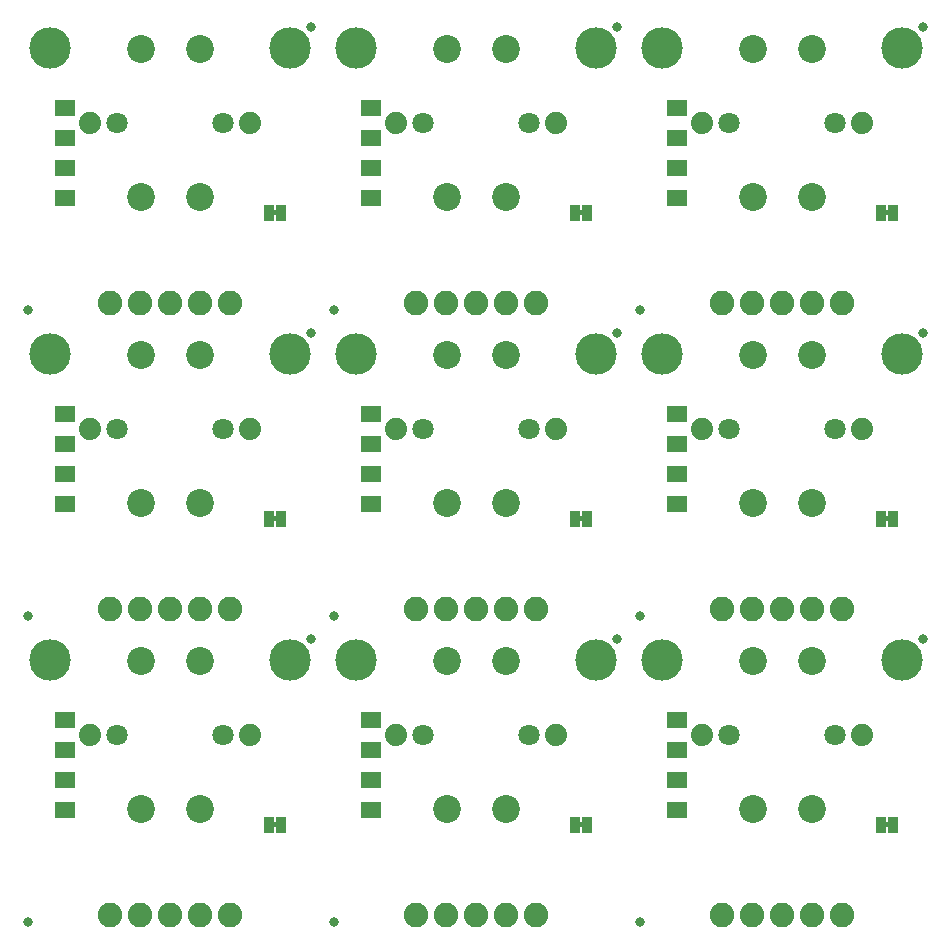
<source format=gbs>
G75*
%MOIN*%
%OFA0B0*%
%FSLAX25Y25*%
%IPPOS*%
%LPD*%
%AMOC8*
5,1,8,0,0,1.08239X$1,22.5*
%
%ADD10C,0.03300*%
%ADD11C,0.08200*%
%ADD12R,0.03300X0.05800*%
%ADD13C,0.00500*%
%ADD14C,0.13800*%
%ADD15C,0.09300*%
%ADD16C,0.07400*%
%ADD17C,0.07099*%
D10*
X0031250Y0031250D03*
X0133250Y0031250D03*
X0235250Y0031250D03*
X0227750Y0125750D03*
X0235250Y0133250D03*
X0329750Y0125750D03*
X0329750Y0227750D03*
X0235250Y0235250D03*
X0227750Y0227750D03*
X0133250Y0235250D03*
X0125750Y0227750D03*
X0031250Y0235250D03*
X0125750Y0329750D03*
X0227750Y0329750D03*
X0329750Y0329750D03*
X0133250Y0133250D03*
X0125750Y0125750D03*
X0031250Y0133250D03*
D11*
X0058750Y0135750D03*
X0068750Y0135750D03*
X0078750Y0135750D03*
X0088750Y0135750D03*
X0098750Y0135750D03*
X0160750Y0135750D03*
X0170750Y0135750D03*
X0180750Y0135750D03*
X0190750Y0135750D03*
X0200750Y0135750D03*
X0262750Y0135750D03*
X0272750Y0135750D03*
X0282750Y0135750D03*
X0292750Y0135750D03*
X0302750Y0135750D03*
X0302750Y0033750D03*
X0292750Y0033750D03*
X0282750Y0033750D03*
X0272750Y0033750D03*
X0262750Y0033750D03*
X0200750Y0033750D03*
X0190750Y0033750D03*
X0180750Y0033750D03*
X0170750Y0033750D03*
X0160750Y0033750D03*
X0098750Y0033750D03*
X0088750Y0033750D03*
X0078750Y0033750D03*
X0068750Y0033750D03*
X0058750Y0033750D03*
X0058750Y0237750D03*
X0068750Y0237750D03*
X0078750Y0237750D03*
X0088750Y0237750D03*
X0098750Y0237750D03*
X0160750Y0237750D03*
X0170750Y0237750D03*
X0180750Y0237750D03*
X0190750Y0237750D03*
X0200750Y0237750D03*
X0262750Y0237750D03*
X0272750Y0237750D03*
X0282750Y0237750D03*
X0292750Y0237750D03*
X0302750Y0237750D03*
D12*
X0315750Y0267750D03*
X0319750Y0267750D03*
X0249350Y0272750D03*
X0246150Y0272750D03*
X0246150Y0282750D03*
X0249350Y0282750D03*
X0249350Y0292750D03*
X0246150Y0292750D03*
X0246150Y0302750D03*
X0249350Y0302750D03*
X0217750Y0267750D03*
X0213750Y0267750D03*
X0147350Y0272750D03*
X0144150Y0272750D03*
X0144150Y0282750D03*
X0147350Y0282750D03*
X0147350Y0292750D03*
X0144150Y0292750D03*
X0144150Y0302750D03*
X0147350Y0302750D03*
X0115750Y0267750D03*
X0111750Y0267750D03*
X0045350Y0272750D03*
X0042150Y0272750D03*
X0042150Y0282750D03*
X0045350Y0282750D03*
X0045350Y0292750D03*
X0042150Y0292750D03*
X0042150Y0302750D03*
X0045350Y0302750D03*
X0045350Y0200750D03*
X0042150Y0200750D03*
X0042150Y0190750D03*
X0045350Y0190750D03*
X0045350Y0180750D03*
X0042150Y0180750D03*
X0042150Y0170750D03*
X0045350Y0170750D03*
X0111750Y0165750D03*
X0115750Y0165750D03*
X0144150Y0170750D03*
X0147350Y0170750D03*
X0147350Y0180750D03*
X0144150Y0180750D03*
X0144150Y0190750D03*
X0147350Y0190750D03*
X0147350Y0200750D03*
X0144150Y0200750D03*
X0213750Y0165750D03*
X0217750Y0165750D03*
X0246150Y0170750D03*
X0249350Y0170750D03*
X0249350Y0180750D03*
X0246150Y0180750D03*
X0246150Y0190750D03*
X0249350Y0190750D03*
X0249350Y0200750D03*
X0246150Y0200750D03*
X0315750Y0165750D03*
X0319750Y0165750D03*
X0249350Y0098750D03*
X0246150Y0098750D03*
X0246150Y0088750D03*
X0249350Y0088750D03*
X0249350Y0078750D03*
X0246150Y0078750D03*
X0246150Y0068750D03*
X0249350Y0068750D03*
X0217750Y0063750D03*
X0213750Y0063750D03*
X0147350Y0068750D03*
X0144150Y0068750D03*
X0144150Y0078750D03*
X0147350Y0078750D03*
X0147350Y0088750D03*
X0144150Y0088750D03*
X0144150Y0098750D03*
X0147350Y0098750D03*
X0115750Y0063750D03*
X0111750Y0063750D03*
X0045350Y0068750D03*
X0042150Y0068750D03*
X0042150Y0078750D03*
X0045350Y0078750D03*
X0045350Y0088750D03*
X0042150Y0088750D03*
X0042150Y0098750D03*
X0045350Y0098750D03*
X0315750Y0063750D03*
X0319750Y0063750D03*
D13*
X0318500Y0063646D02*
X0317000Y0063646D01*
X0317000Y0063250D02*
X0317000Y0064250D01*
X0318500Y0064250D01*
X0318500Y0063250D01*
X0317000Y0063250D01*
X0317000Y0064144D02*
X0318500Y0064144D01*
X0216500Y0064144D02*
X0215000Y0064144D01*
X0215000Y0064250D02*
X0215000Y0063250D01*
X0216500Y0063250D01*
X0216500Y0064250D01*
X0215000Y0064250D01*
X0215000Y0063646D02*
X0216500Y0063646D01*
X0114500Y0063646D02*
X0113000Y0063646D01*
X0113000Y0063250D02*
X0113000Y0064250D01*
X0114500Y0064250D01*
X0114500Y0063250D01*
X0113000Y0063250D01*
X0113000Y0064144D02*
X0114500Y0064144D01*
X0114500Y0165250D02*
X0113000Y0165250D01*
X0113000Y0166250D01*
X0114500Y0166250D01*
X0114500Y0165250D01*
X0114500Y0165342D02*
X0113000Y0165342D01*
X0113000Y0165841D02*
X0114500Y0165841D01*
X0215000Y0165841D02*
X0216500Y0165841D01*
X0216500Y0166250D02*
X0215000Y0166250D01*
X0215000Y0165250D01*
X0216500Y0165250D01*
X0216500Y0166250D01*
X0216500Y0165342D02*
X0215000Y0165342D01*
X0317000Y0165342D02*
X0318500Y0165342D01*
X0318500Y0165250D02*
X0318500Y0166250D01*
X0317000Y0166250D01*
X0317000Y0165250D01*
X0318500Y0165250D01*
X0318500Y0165841D02*
X0317000Y0165841D01*
X0317000Y0267250D02*
X0317000Y0268250D01*
X0318500Y0268250D01*
X0318500Y0267250D01*
X0317000Y0267250D01*
X0317000Y0267537D02*
X0318500Y0267537D01*
X0318500Y0268035D02*
X0317000Y0268035D01*
X0216500Y0268035D02*
X0215000Y0268035D01*
X0215000Y0268250D02*
X0215000Y0267250D01*
X0216500Y0267250D01*
X0216500Y0268250D01*
X0215000Y0268250D01*
X0215000Y0267537D02*
X0216500Y0267537D01*
X0114500Y0267537D02*
X0113000Y0267537D01*
X0113000Y0267250D02*
X0113000Y0268250D01*
X0114500Y0268250D01*
X0114500Y0267250D01*
X0113000Y0267250D01*
X0113000Y0268035D02*
X0114500Y0268035D01*
D14*
X0118750Y0220750D03*
X0140750Y0220750D03*
X0220750Y0220750D03*
X0242750Y0220750D03*
X0322750Y0220750D03*
X0322750Y0322750D03*
X0242750Y0322750D03*
X0220750Y0322750D03*
X0140750Y0322750D03*
X0118750Y0322750D03*
X0038750Y0322750D03*
X0038750Y0220750D03*
X0038750Y0118750D03*
X0118750Y0118750D03*
X0140750Y0118750D03*
X0220750Y0118750D03*
X0242750Y0118750D03*
X0322750Y0118750D03*
D15*
X0292593Y0118356D03*
X0272907Y0118356D03*
X0272907Y0069144D03*
X0292593Y0069144D03*
X0190593Y0069144D03*
X0170907Y0069144D03*
X0170907Y0118356D03*
X0190593Y0118356D03*
X0190593Y0171144D03*
X0170907Y0171144D03*
X0170907Y0220356D03*
X0190593Y0220356D03*
X0190593Y0273144D03*
X0170907Y0273144D03*
X0170907Y0322356D03*
X0190593Y0322356D03*
X0272907Y0322356D03*
X0292593Y0322356D03*
X0292593Y0273144D03*
X0272907Y0273144D03*
X0272907Y0220356D03*
X0292593Y0220356D03*
X0292593Y0171144D03*
X0272907Y0171144D03*
X0088593Y0171144D03*
X0068907Y0171144D03*
X0068907Y0220356D03*
X0088593Y0220356D03*
X0088593Y0273144D03*
X0068907Y0273144D03*
X0068907Y0322356D03*
X0088593Y0322356D03*
X0088593Y0118356D03*
X0068907Y0118356D03*
X0068907Y0069144D03*
X0088593Y0069144D03*
D16*
X0105325Y0093750D03*
X0154175Y0093750D03*
X0207325Y0093750D03*
X0256175Y0093750D03*
X0309325Y0093750D03*
X0309325Y0195750D03*
X0256175Y0195750D03*
X0207325Y0195750D03*
X0154175Y0195750D03*
X0105325Y0195750D03*
X0052175Y0195750D03*
X0052175Y0093750D03*
X0052175Y0297750D03*
X0105325Y0297750D03*
X0154175Y0297750D03*
X0207325Y0297750D03*
X0256175Y0297750D03*
X0309325Y0297750D03*
D17*
X0300467Y0297750D03*
X0265033Y0297750D03*
X0198467Y0297750D03*
X0163033Y0297750D03*
X0096467Y0297750D03*
X0061033Y0297750D03*
X0061033Y0195750D03*
X0096467Y0195750D03*
X0163033Y0195750D03*
X0198467Y0195750D03*
X0265033Y0195750D03*
X0300467Y0195750D03*
X0300467Y0093750D03*
X0265033Y0093750D03*
X0198467Y0093750D03*
X0163033Y0093750D03*
X0096467Y0093750D03*
X0061033Y0093750D03*
M02*

</source>
